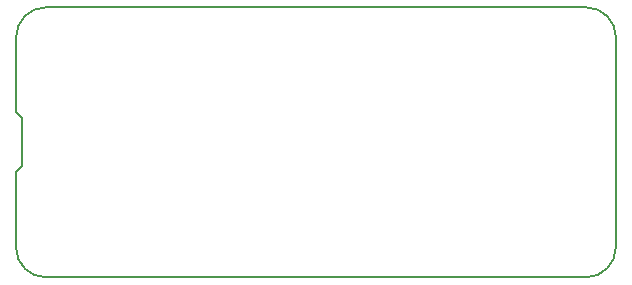
<source format=gbr>
G04 #@! TF.GenerationSoftware,KiCad,Pcbnew,5.1.4+dfsg1-1~bpo9+1*
G04 #@! TF.CreationDate,2019-11-13T15:03:19+01:00*
G04 #@! TF.ProjectId,quicklogic-quick-feather-board,71756963-6b6c-46f6-9769-632d71756963,rev?*
G04 #@! TF.SameCoordinates,Original*
G04 #@! TF.FileFunction,Profile,NP*
%FSLAX46Y46*%
G04 Gerber Fmt 4.6, Leading zero omitted, Abs format (unit mm)*
G04 Created by KiCad (PCBNEW 5.1.4+dfsg1-1~bpo9+1) date 2019-11-13 15:03:19*
%MOMM*%
%LPD*%
G04 APERTURE LIST*
%ADD10C,0.150000*%
G04 APERTURE END LIST*
D10*
X123101100Y-102463600D02*
X123609100Y-102971600D01*
X123609100Y-102971600D02*
X123609100Y-107035600D01*
X123609100Y-107035600D02*
X123101100Y-107543600D01*
X171361100Y-93573600D02*
G75*
G02X173901100Y-96113600I0J-2540000D01*
G01*
X173901100Y-113893600D02*
G75*
G02X171361100Y-116433600I-2540000J0D01*
G01*
X125641100Y-116433600D02*
X171361100Y-116433600D01*
X173901100Y-113893600D02*
X173901100Y-96113600D01*
X171361100Y-93573600D02*
X125641100Y-93573600D01*
X123101100Y-96113600D02*
G75*
G02X125641100Y-93573600I2540000J0D01*
G01*
X123101100Y-96113600D02*
X123101100Y-102463600D01*
X123101100Y-107543600D02*
X123101100Y-113893600D01*
X125641100Y-116433600D02*
G75*
G02X123101100Y-113893600I0J2540000D01*
G01*
M02*

</source>
